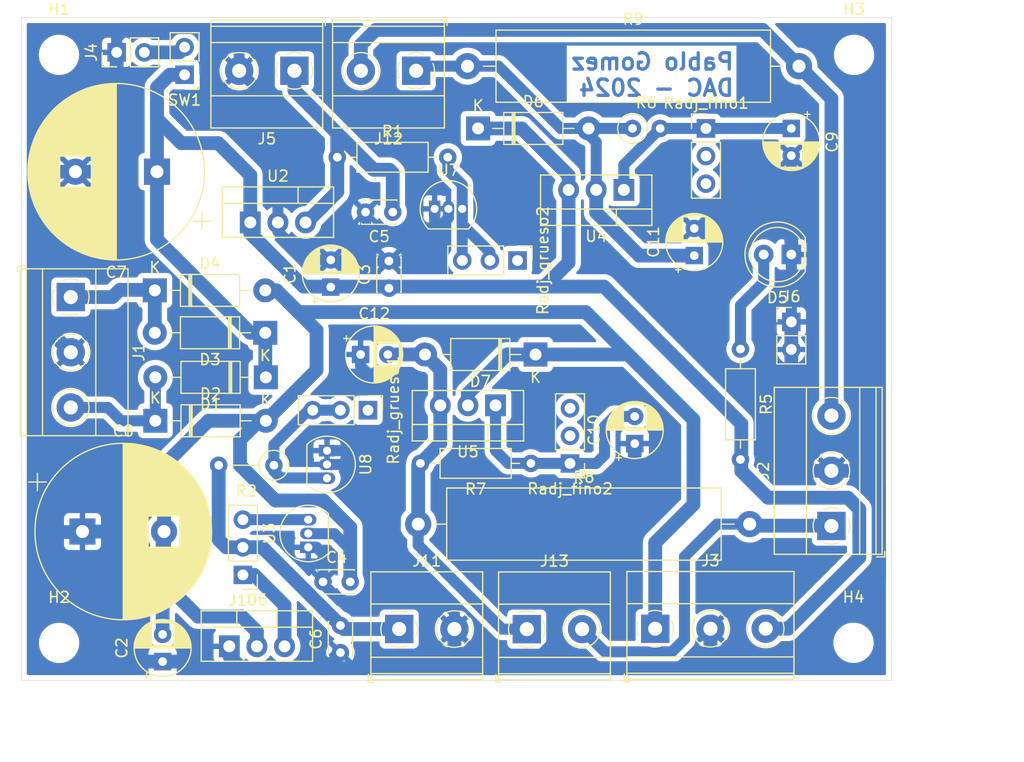
<source format=kicad_pcb>
(kicad_pcb (version 20240108) (generator "pcbnew") (generator_version "8.0")
  (layers (0 "F.Cu" signal) (31 "B.Cu" signal) (34 "B.Paste" user) (35 "F.Paste" user) (36 "B.SilkS" user "B.Silkscreen") (37 "F.SilkS" user "F.Silkscreen") (38 "B.Mask" user) (39 "F.Mask" user) (44 "Edge.Cuts" user))
  (net 0 "")
  (net 1 "GND")
  (net 2 "+12V")
  (net 3 "-12V")
  (net 4 "+5V")
  (net 5 "-5V")
  (net 6 "Net-(U4-ADJ)")
  (net 7 "Net-(U5-ADJ)")
  (net 8 "Io1+")
  (net 9 "Io1-")
  (net 10 "+12VA")
  (net 11 "-12VA")
  (net 12 "Vout+")
  (net 13 "Vout-")
  (net 14 "Cooler")
  (net 15 "+1V2")
  (net 16 "-1V2")
  (net 17 "Net-(J10-Pin_1)")
  (net 18 "Net-(J10-Pin_3)")
  (net 19 "Net-(D5-A)")
  (net 20 "Net-(Radj_fino1-Pad2)")
  (net 21 "Net-(Radj_fino2-Pad2)")
  (footprint "TerminalBlock_Phoenix:TerminalBlock_Phoenix_MKDS-1,5-2-5.08_1x02_P5.08mm_Horizontal" (layer "F.Cu") (at 56.3 18.8976 180)
    (property "Reference" "J12" (at 2.54 -6.26 0) (layer "F.SilkS"))
    (property "Value" "ADC+")
    (pad "1" thru_hole rect (at 0 0 180) (size 2.6 2.6) (drill 1.3) (layers "*.Cu" "*.Mask") (net 8 "Io1+"))
    (pad "2" thru_hole circle (at 5.08 0 180) (size 2.6 2.6) (drill 1.3) (layers "*.Cu" "*.Mask") (net 12 "Vout+"))
  )
  (footprint "Resistor_THT:R_Axial_DIN0207_L6.3mm_D2.5mm_P5.08mm_Vertical" (layer "F.Cu") (at 43.225 55.19 180)
    (property "Reference" "R2" (at 2.54 -2.37 0) (layer "F.SilkS"))
    (property "Value" "8k1")
    (pad "1" thru_hole circle (at 0 0 180) (size 1.6 1.6) (drill 0.8) (layers "*.Cu" "*.Mask") (net 16 "-1V2"))
    (pad "2" thru_hole oval (at 5.08 0 180) (size 1.6 1.6) (drill 0.8) (layers "*.Cu" "*.Mask") (net 5 "-5V"))
  )
  (footprint "Connector_PinHeader_2.54mm:PinHeader_1x02_P2.54mm_Vertical" (layer "F.Cu") (at 35.01 19.26 180)
    (property "Reference" "SW1" (at 0 -2.33 0) (layer "F.SilkS"))
    (property "Value" "Cooler")
    (pad "1" thru_hole rect (at 0 0 180) (size 1.7 1.7) (drill 1) (layers "*.Cu" "*.Mask") (net 2 "+12V"))
    (pad "2" thru_hole oval (at 0 2.54 180) (size 1.7 1.7) (drill 1) (layers "*.Cu" "*.Mask") (net 14 "Cooler"))
  )
  (footprint "Resistor_THT:R_Axial_DIN0207_L6.3mm_D2.5mm_P10.16mm_Horizontal" (layer "F.Cu") (at 66.8528 55.0164 180)
    (property "Reference" "R7" (at 5.08 -2.37 180) (layer "F.SilkS"))
    (property "Value" "510")
    (pad "1" thru_hole circle (at 0 0 180) (size 1.6 1.6) (drill 0.8) (layers "*.Cu" "*.Mask") (net 7 "Net-(U5-ADJ)"))
    (pad "2" thru_hole oval (at 10.16 0 180) (size 1.6 1.6) (drill 0.8) (layers "*.Cu" "*.Mask") (net 9 "Io1-"))
  )
  (footprint "Package_TO_SOT_THT:TO-220-3_Vertical" (layer "F.Cu") (at 63.6016 49.6824 180)
    (property "Reference" "U5" (at 2.54 -4.27 0) (layer "F.SilkS"))
    (property "Value" "LM337_TO220")
    (pad "1" thru_hole rect (at 0 0 180) (size 1.905 2) (drill 1.1) (layers "*.Cu" "*.Mask") (net 7 "Net-(U5-ADJ)"))
    (pad "2" thru_hole oval (at 2.54 0 180) (size 1.905 2) (drill 1.1) (layers "*.Cu" "*.Mask") (net 3 "-12V"))
    (pad "3" thru_hole oval (at 5.08 0 180) (size 1.905 2) (drill 1.1) (layers "*.Cu" "*.Mask") (net 9 "Io1-"))
  )
  (footprint "Package_TO_SOT_THT:TO-220-3_Vertical" (layer "F.Cu") (at 41.05 32.85)
    (property "Reference" "U2" (at 2.54 -4.27 0) (layer "F.SilkS"))
    (property "Value" "LM7805_TO220")
    (pad "1" thru_hole rect (at 0 0) (size 1.905 2) (drill 1.1) (layers "*.Cu" "*.Mask") (net 2 "+12V"))
    (pad "2" thru_hole oval (at 2.54 0) (size 1.905 2) (drill 1.1) (layers "*.Cu" "*.Mask") (net 1 "GND"))
    (pad "3" thru_hole oval (at 5.08 0) (size 1.905 2) (drill 1.1) (layers "*.Cu" "*.Mask") (net 4 "+5V"))
  )
  (footprint "LED_THT:LED_D5.0mm" (layer "F.Cu") (at 90.8 35.8 180)
    (property "Reference" "D5" (at 1.27 -3.96 0) (layer "F.SilkS"))
    (property "Value" "LED")
    (pad "1" thru_hole rect (at 0 0 180) (size 1.8 1.8) (drill 0.9) (layers "*.Cu" "*.Mask") (net 1 "GND"))
    (pad "2" thru_hole circle (at 2.54 0 180) (size 1.8 1.8) (drill 0.9) (layers "*.Cu" "*.Mask") (net 19 "Net-(D5-A)"))
  )
  (footprint "Capacitor_THT:CP_Radial_D5.0mm_P2.50mm" (layer "F.Cu") (at 90.8 24.2 -90)
    (property "Reference" "C9" (at 1.25 -3.75 90) (layer "F.SilkS"))
    (property "Value" "10uF")
    (pad "1" thru_hole rect (at 0 0 270) (size 1.6 1.6) (drill 0.8) (layers "*.Cu" "*.Mask") (net 6 "Net-(U4-ADJ)"))
    (pad "2" thru_hole circle (at 2.5 0 270) (size 1.6 1.6) (drill 0.8) (layers "*.Cu" "*.Mask") (net 1 "GND"))
  )
  (footprint "Capacitor_THT:CP_Radial_D5.0mm_P2.50mm" (layer "F.Cu") (at 48.45 38.8 90)
    (property "Reference" "C1" (at 1.25 -3.75 90) (layer "F.SilkS"))
    (property "Value" "100uF")
    (pad "1" thru_hole rect (at 0 0 90) (size 1.6 1.6) (drill 0.8) (layers "*.Cu" "*.Mask") (net 2 "+12V"))
    (pad "2" thru_hole circle (at 2.5 0 90) (size 1.6 1.6) (drill 0.8) (layers "*.Cu" "*.Mask") (net 1 "GND"))
  )
  (footprint "Resistor_THT:R_Axial_Power_L25.0mm_W6.4mm_P30.48mm" (layer "F.Cu") (at 61.025 18.47)
    (property "Reference" "R9" (at 15.24 -4.32 0) (layer "F.SilkS"))
    (property "Value" "E330")
    (pad "1" thru_hole circle (at 0 0) (size 2.4 2.4) (drill 1.2) (layers "*.Cu" "*.Mask") (net 8 "Io1+"))
    (pad "2" thru_hole oval (at 30.48 0) (size 2.4 2.4) (drill 1.2) (layers "*.Cu" "*.Mask") (net 12 "Vout+"))
  )
  (footprint "Diode_THT:D_DO-41_SOD81_P10.16mm_Horizontal" (layer "F.Cu") (at 67.28 45 180)
    (property "Reference" "D7" (at 5.08 -2.47 180) (layer "F.SilkS"))
    (property "Value" "1N4007")
    (fp_text user "K" (at 0 -2.1 180) (layer "F.SilkS"))
    (pad "1" thru_hole rect (at 0 0 180) (size 2.2 2.2) (drill 1.1) (layers "*.Cu" "*.Mask") (net 3 "-12V"))
    (pad "2" thru_hole oval (at 10.16 0 180) (size 2.2 2.2) (drill 1.1) (layers "*.Cu" "*.Mask") (net 9 "Io1-"))
  )
  (footprint "Connector_PinHeader_2.54mm:PinHeader_1x02_P2.54mm_Vertical" (layer "F.Cu") (at 90.8 42)
    (property "Reference" "J6" (at 0 -2.33 0) (layer "F.SilkS"))
    (property "Value" "GND")
    (pad "1" thru_hole rect (at 0 0) (size 1.7 1.7) (drill 1) (layers "*.Cu" "*.Mask") (net 1 "GND"))
    (pad "2" thru_hole oval (at 0 2.54) (size 1.7 1.7) (drill 1) (layers "*.Cu" "*.Mask") (net 1 "GND"))
  )
  (footprint "Capacitor_THT:CP_Radial_D16.0mm_P7.50mm" (layer "F.Cu") (at 32.472755 28.18 180)
    (property "Reference" "C7" (at 3.75 -9.25 0) (layer "F.SilkS"))
    (property "Value" "2200uF")
    (pad "1" thru_hole rect (at 0 0 180) (size 2.4 2.4) (drill 1.2) (layers "*.Cu" "*.Mask") (net 2 "+12V"))
    (pad "2" thru_hole circle (at 7.5 0 180) (size 2.4 2.4) (drill 1.2) (layers "*.Cu" "*.Mask") (net 1 "GND"))
  )
  (footprint "Resistor_THT:R_Axial_DIN0207_L6.3mm_D2.5mm_P10.16mm_Horizontal" (layer "F.Cu") (at 86.125 44.5 -90)
    (property "Reference" "R5" (at 5.08 -2.37 90) (layer "F.SilkS"))
    (property "Value" "680")
    (pad "1" thru_hole circle (at 0 0 270) (size 1.6 1.6) (drill 0.8) (layers "*.Cu" "*.Mask") (net 19 "Net-(D5-A)"))
    (pad "2" thru_hole oval (at 10.16 0 270) (size 1.6 1.6) (drill 0.8) (layers "*.Cu" "*.Mask") (net 2 "+12V"))
  )
  (footprint "MountingHole:MountingHole_3.2mm_M3" (layer "F.Cu") (at 96.57 17.43)
    (property "Reference" "H3" (at 0 -4.2 0) (layer "F.SilkS"))
    (property "Value" "MountingHole")
    (pad "" np_thru_hole circle (at 0 0) (size 3.2 3.2) (drill 3.2) (layers "*.Cu" "*.Mask"))
  )
  (footprint "TerminalBlock_Phoenix:TerminalBlock_Phoenix_MKDS-1,5-2-5.08_1x02_P5.08mm_Horizontal" (layer "F.Cu") (at 66.48 70.27)
    (property "Reference" "J13" (at 2.54 -6.26 0) (layer "F.SilkS"))
    (property "Value" "ADC-")
    (pad "1" thru_hole rect (at 0 0) (size 2.6 2.6) (drill 1.3) (layers "*.Cu" "*.Mask") (net 9 "Io1-"))
    (pad "2" thru_hole circle (at 5.08 0) (size 2.6 2.6) (drill 1.3) (layers "*.Cu" "*.Mask") (net 13 "Vout-"))
  )
  (footprint "Resistor_THT:R_Axial_DIN0207_L6.3mm_D2.5mm_P10.16mm_Horizontal" (layer "F.Cu") (at 49.05 26.85)
    (property "Reference" "R1" (at 5.08 -2.37 0) (layer "F.SilkS"))
    (property "Value" "8k1")
    (pad "1" thru_hole circle (at 0 0) (size 1.6 1.6) (drill 0.8) (layers "*.Cu" "*.Mask") (net 4 "+5V"))
    (pad "2" thru_hole oval (at 10.16 0) (size 1.6 1.6) (drill 0.8) (layers "*.Cu" "*.Mask") (net 15 "+1V2"))
  )
  (footprint "Capacitor_THT:C_Disc_D3.0mm_W2.0mm_P2.50mm" (layer "F.Cu") (at 54.15 31.9 180)
    (property "Reference" "C5" (at 1.25 -2.25 0) (layer "F.SilkS"))
    (property "Value" "0.1uF")
    (pad "1" thru_hole circle (at 0 0 180) (size 1.6 1.6) (drill 0.8) (layers "*.Cu" "*.Mask") (net 4 "+5V"))
    (pad "2" thru_hole circle (at 2.5 0 180) (size 1.6 1.6) (drill 0.8) (layers "*.Cu" "*.Mask") (net 1 "GND"))
  )
  (footprint "Package_TO_SOT_THT:TO-92_Inline" (layer "F.Cu") (at 46.3804 62.738 90)
    (property "Reference" "U3" (at 1.27 -3.56 90) (layer "F.SilkS"))
    (property "Value" "LM79L05")
    (pad "1" thru_hole rect (at 0 0 90) (size 1.05 1.5) (drill 0.75) (layers "*.Cu" "*.Mask") (net 1 "GND"))
    (pad "2" thru_hole oval (at 1.27 0 90) (size 1.05 1.5) (drill 0.75) (layers "*.Cu" "*.Mask") (net 3 "-12V"))
    (pad "3" thru_hole oval (at 2.54 0 90) (size 1.05 1.5) (drill 0.75) (layers "*.Cu" "*.Mask") (net 18 "Net-(J10-Pin_3)"))
  )
  (footprint "Diode_THT:D_DO-41_SOD81_P10.16mm_Horizontal" (layer "F.Cu") (at 42.48 47.1 180)
    (property "Reference" "D1" (at 5.08 -2.47 0) (layer "F.SilkS"))
    (property "Value" "1N4007")
    (fp_text user "K" (at 0 -2.1 0) (layer "F.SilkS"))
    (pad "1" thru_hole rect (at 0 0 180) (size 2.2 2.2) (drill 1.1) (layers "*.Cu" "*.Mask") (net 2 "+12V"))
    (pad "2" thru_hole oval (at 10.16 0 180) (size 2.2 2.2) (drill 1.1) (layers "*.Cu" "*.Mask") (net 10 "+12VA"))
  )
  (footprint "TerminalBlock_Phoenix:TerminalBlock_Phoenix_MKDS-1,5-3-5.08_1x03_P5.08mm_Horizontal" (layer "F.Cu") (at 24.545 39.715 -90)
    (property "Reference" "J1" (at 5.08 -6.26 90) (layer "F.SilkS"))
    (property "Value" "Fuente")
    (pad "1" thru_hole rect (at 0 0 270) (size 2.6 2.6) (drill 1.3) (layers "*.Cu" "*.Mask") (net 11 "-12VA"))
    (pad "2" thru_hole circle (at 5.08 0 270) (size 2.6 2.6) (drill 1.3) (layers "*.Cu" "*.Mask") (net 1 "GND"))
    (pad "3" thru_hole circle (at 10.16 0 270) (size 2.6 2.6) (drill 1.3) (layers "*.Cu" "*.Mask") (net 10 "+12VA"))
  )
  (footprint "Diode_THT:D_DO-41_SOD81_P10.16mm_Horizontal" (layer "F.Cu") (at 42.43 43 180)
    (property "Reference" "D3" (at 5.08 -2.47 0) (layer "F.SilkS"))
    (property "Value" "1N4007")
    (fp_text user "K" (at 0 -2.1 0) (layer "F.SilkS"))
    (pad "1" thru_hole rect (at 0 0 180) (size 2.2 2.2) (drill 1.1) (layers "*.Cu" "*.Mask") (net 2 "+12V"))
    (pad "2" thru_hole oval (at 10.16 0 180) (size 2.2 2.2) (drill 1.1) (layers "*.Cu" "*.Mask") (net 11 "-12VA"))
  )
  (footprint "MountingHole:MountingHole_3.2mm_M3" (layer "F.Cu") (at 23.47 71.54)
    (property "Reference" "H2" (at 0 -4.2 0) (layer "F.SilkS"))
    (property "Value" "MountingHole")
    (pad "" np_thru_hole circle (at 0 0) (size 3.2 3.2) (drill 3.2) (layers "*.Cu" "*.Mask"))
  )
  (footprint "MountingHole:MountingHole_3.2mm_M3" (layer "F.Cu") (at 23.46 17.43)
    (property "Reference" "H1" (at 0 -4.2 0) (layer "F.SilkS"))
    (property "Value" "MountingHole")
    (pad "" np_thru_hole circle (at 0 0) (size 3.2 3.2) (drill 3.2) (layers "*.Cu" "*.Mask"))
  )
  (footprint "Connector_PinHeader_2.54mm:PinHeader_1x03_P2.54mm_Vertical" (layer "F.Cu") (at 70.45 55.025 180)
    (property "Reference" "Radj_fino2" (at 0 -2.33 0) (layer "F.SilkS"))
    (property "Value" "500")
    (pad "1" thru_hole rect (at 0 0 180) (size 1.7 1.7) (drill 1) (layers "*.Cu" "*.Mask") (net 7 "Net-(U5-ADJ)"))
    (pad "2" thru_hole oval (at 0 2.54 180) (size 1.7 1.7) (drill 1) (layers "*.Cu" "*.Mask") (net 21 "Net-(Radj_fino2-Pad2)"))
    (pad "3" thru_hole oval (at 0 5.08 180) (size 1.7 1.7) (drill 1) (layers "*.Cu" "*.Mask") (net 21 "Net-(Radj_fino2-Pad2)"))
  )
  (footprint "Capacitor_THT:CP_Radial_D5.0mm_P2.50mm" (layer "F.Cu") (at 32.99 73.255113 90)
    (property "Reference" "C2" (at 1.25 -3.75 90) (layer "F.SilkS"))
    (property "Value" "100uF")
    (pad "1" thru_hole rect (at 0 0 90) (size 1.6 1.6) (drill 0.8) (layers "*.Cu" "*.Mask") (net 1 "GND"))
    (pad "2" thru_hole circle (at 2.5 0 90) (size 1.6 1.6) (drill 0.8) (layers "*.Cu" "*.Mask") (net 3 "-12V"))
  )
  (footprint "TerminalBlock_Phoenix:TerminalBlock_Phoenix_MKDS-1,5-2-5.08_1x02_P5.08mm_Horizontal" (layer "F.Cu") (at 54.74 70.26)
    (property "Reference" "J11" (at 2.54 -6.26 0) (layer "F.SilkS"))
    (property "Value" "-5")
    (pad "1" thru_hole rect (at 0 0) (size 2.6 2.6) (drill 1.3) (layers "*.Cu" "*.Mask") (net 5 "-5V"))
    (pad "2" thru_hole circle (at 5.08 0) (size 2.6 2.6) (drill 1.3) (layers "*.Cu" "*.Mask") (net 1 "GND"))
  )
  (footprint "TerminalBlock_Phoenix:TerminalBlock_Phoenix_MKDS-1,5-2-5.08_1x02_P5.08mm_Horizontal" (layer "F.Cu") (at 45.1104 18.8976 180)
    (property "Reference" "J5" (at 2.54 -6.26 0) (layer "F.SilkS"))
    (property "Value" "+5")
    (pad "1" thru_hole rect (at 0 0 180) (size 2.6 2.6) (drill 1.3) (layers "*.Cu" "*.Mask") (net 4 "+5V"))
    (pad "2" thru_hole circle (at 5.08 0 180) (size 2.6 2.6) (drill 1.3) (layers "*.Cu" "*.Mask") (net 1 "GND"))
  )
  (footprint "Package_TO_SOT_THT:TO-92_Inline" (layer "F.Cu") (at 58 31.6)
    (property "Reference" "U7" (at 1.27 -3.56 0) (layer "F.SilkS"))
    (property "Value" "LM385")
    (pad "1" thru_hole rect (at 0 0) (size 1.05 1.5) (drill 0.75) (layers "*.Cu" "*.Mask") (net 1 "GND"))
    (pad "2" thru_hole oval (at 1.27 0) (size 1.05 1.5) (drill 0.75) (layers "*.Cu" "*.Mask") (net 1 "GND"))
    (pad "3" thru_hole oval (at 2.54 0) (size 1.05 1.5) (drill 0.75) (layers "*.Cu" "*.Mask") (net 15 "+1V2"))
  )
  (footprint "Package_TO_SOT_THT:TO-220-3_Vertical" (layer "F.Cu") (at 75.4 29.855 180)
    (property "Reference" "U4" (at 2.54 -4.27 0) (layer "F.SilkS"))
    (property "Value" "LM317_TO-220")
    (pad "1" thru_hole rect (at 0 0 180) (size 1.905 2) (drill 1.1) (layers "*.Cu" "*.Mask") (net 6 "Net-(U4-ADJ)"))
    (pad "2" thru_hole oval (at 2.54 0 180) (size 1.905 2) (drill 1.1) (layers "*.Cu" "*.Mask") (net 8 "Io1+"))
    (pad "3" thru_hole oval (at 5.08 0 180) (size 1.905 2) (drill 1.1) (layers "*.Cu" "*.Mask") (net 2 "+12V"))
  )
  (footprint "Diode_THT:D_DO-41_SOD81_P10.16mm_Horizontal" (layer "F.Cu") (at 62 24.2)
    (property "Reference" "D6" (at 5.08 -2.47 0) (layer "F.SilkS"))
    (property "Value" "1N4007")
    (fp_text user "K" (at 0 -2.1 0) (layer "F.SilkS"))
    (pad "1" thru_hole rect (at 0 0) (size 2.2 2.2) (drill 1.1) (layers "*.Cu" "*.Mask") (net 2 "+12V"))
    (pad "2" thru_hole oval (at 10.16 0) (size 2.2 2.2) (drill 1.1) (layers "*.Cu" "*.Mask") (net 8 "Io1+"))
  )
  (footprint "Capacitor_THT:C_Disc_D3.0mm_W2.0mm_P2.50mm" (layer "F.Cu") (at 49.34 72.43 90)
    (property "Reference" "C6" (at 1.25 -2.25 90) (layer "F.SilkS"))
    (property "Value" "0,1uF")
    (pad "1" thru_hole circle (at 0 0 90) (size 1.6 1.6) (drill 0.8) (layers "*.Cu" "*.Mask") (net 1 "GND"))
    (pad "2" thru_hole circle (at 2.5 0 90) (size 1.6 1.6) (drill 0.8) (layers "*.Cu" "*.Mask") (net 5 "-5V"))
  )
  (footprint "Connector_PinHeader_2.54mm:PinHeader_1x03_P2.54mm_Vertical" (layer "F.Cu") (at 40.37 65.28 180)
    (property "Reference" "J10" (at 0 -2.33 0) (layer "F.SilkS"))
    (property "Value" "SEL_7905")
    (pad "1" thru_hole rect (at 0 0 180) (size 1.7 1.7) (drill 1) (layers "*.Cu" "*.Mask") (net 17 "Net-(J10-Pin_1)"))
    (pad "2" thru_hole oval (at 0 2.54 180) (size 1.7 1.7) (drill 1) (layers "*.Cu" "*.Mask") (net 5 "-5V"))
    (pad "3" thru_hole oval (at 0 5.08 180) (size 1.7 1.7) (drill 1) (layers "*.Cu" "*.Mask") (net 18 "Net-(J10-Pin_3)"))
  )
  (footprint "TerminalBlock_Phoenix:TerminalBlock_Phoenix_MKDS-1,5-3-5.08_1x03_P5.08mm_Horizontal" (layer "F.Cu") (at 78.2828 70.23)
    (property "Reference" "J3" (at 5.08 -6.26 0) (layer "F.SilkS"))
    (property "Value" "Salida_12v")
    (pad "1" thru_hole rect (at 0 0) (size 2.6 2.6) (drill 1.3) (layers "*.Cu" "*.Mask") (net 3 "-12V"))
    (pad "2" thru_hole circle (at 5.08 0) (size 2.6 2.6) (drill 1.3) (layers "*.Cu" "*.Mask") (net 1 "GND"))
    (pad "3" thru_hole circle (at 10.16 0) (size 2.6 2.6) (drill 1.3) (layers "*.Cu" "*.Mask") (net 2 "+12V"))
  )
  (footprint "Diode_THT:D_DO-41_SOD81_P10.16mm_Horizontal" (layer "F.Cu") (at 32.27 39.1)
    (property "Reference" "D4" (at 5.08 -2.47 0) (layer "F.SilkS"))
    (property "Value" "1N4007")
    (fp_text user "K" (at 0 -2.1 0) (layer "F.SilkS"))
    (pad "1" thru_hole rect (at 0 0) (size 2.2 2.2) (drill 1.1) (layers "*.Cu" "*.Mask") (net 11 "-12VA"))
    (pad "2" thru_hole oval (at 10.16 0) (size 2.2 2.2) (drill 1.1) (layers "*.Cu" "*.Mask") (net 3 "-12V"))
  )
  (footprint "Connector_PinHeader_2.54mm:PinHeader_1x02_P2.54mm_Vertical" (layer "F.Cu") (at 28.765 17.2 90)
    (property "Reference" "J4" (at 0 -2.33 90) (layer "F.SilkS"))
    (property "Value" "Cooler")
    (pad "1" thru_hole rect (at 0 0 90) (size 1.7 1.7) (drill 1) (layers "*.Cu" "*.Mask") (net 1 "GND"))
    (pad "2" thru_hole oval (at 0 2.54 90) (size 1.7 1.7) (drill 1) (layers "*.Cu" "*.Mask") (net 14 "Cooler"))
  )
  (footprint "Capacitor_THT:CP_Radial_D5.0mm_P2.50mm" (layer "F.Cu") (at 81.875 35.9 90)
    (property "Reference" "C11" (at 1.25 -3.75 90) (layer "F.SilkS"))
    (property "Value" "1uF")
    (pad "1" thru_hole rect (at 0 0 90) (size 1.6 1.6) (drill 0.8) (layers "*.Cu" "*.Mask") (net 8 "Io1+"))
    (pad "2" thru_hole circle (at 2.5 0 90) (size 1.6 1.6) (drill 0.8) (layers "*.Cu" "*.Mask") (net 1 "GND"))
  )
  (footprint "Capacitor_THT:CP_Radial_D16.0mm_P7.50mm" (layer "F.Cu") (at 25.62 61.29)
    (property "Reference" "C8" (at 3.75 -9.25 0) (layer "F.SilkS"))
    (property "Value" "2200uF")
    (pad "1" thru_hole rect (at 0 0) (size 2.4 2.4) (drill 1.2) (layers "*.Cu" "*.Mask") (net 1 "GND"))
    (pad "2" thru_hole circle (at 7.5 0) (size 2.4 2.4) (drill 1.2) (layers "*.Cu" "*.Mask") (net 3 "-12V"))
  )
  (footprint "MountingHole:MountingHole_3.2mm_M3" (layer "F.Cu") (at 96.52 71.5264)
    (property "Reference" "H4" (at 0 -4.2 0) (layer "F.SilkS"))
    (property "Value" "MountingHole")
    (pad "" np_thru_hole circle (at 0 0) (size 3.2 3.2) (drill 3.2) (layers "*.Cu" "*.Mask"))
  )
  (footprint "Capacitor_THT:C_Disc_D3.0mm_W2.0mm_P2.50mm" (layer "F.Cu") (at 53.8 38.9 90)
    (property "Reference" "C3" (at 1.25 -2.25 90) (layer "F.SilkS"))
    (property "Value" "0.1uF")
    (pad "1" thru_hole circle (at 0 0 90) (size 1.6 1.6) (drill 0.8) (layers "*.Cu" "*.Mask") (net 2 "+12V"))
    (pad "2" thru_hole circle (at 2.5 0 90) (size 1.6 1.6) (drill 0.8) (layers "*.Cu" "*.Mask") (net 1 "GND"))
  )
  (footprint "TerminalBlock_Phoenix:TerminalBlock_Phoenix_MKDS-1,5-3-5.08_1x03_P5.08mm_Horizontal" (layer "F.Cu") (at 94.488 60.7822 90)
    (property "Reference" "J2" (at 5.08 -6.26 90) (layer "F.SilkS"))
    (property "Value" "Salida")
    (pad "1" thru_hole rect (at 0 0 90) (size 2.6 2.6) (drill 1.3) (layers "*.Cu" "*.Mask") (net 13 "Vout-"))
    (pad "2" thru_hole circle (at 5.08 0 90) (size 2.6 2.6) (drill 1.3) (layers "*.Cu" "*.Mask") (net 1 "GND"))
    (pad "3" thru_hole circle (at 10.16 0 90) (size 2.6 2.6) (drill 1.3) (layers "*.Cu" "*.Mask") (net 12 "Vout+"))
  )
  (footprint "Diode_THT:D_DO-41_SOD81_P10.16mm_Horizontal" (layer "F.Cu") (at 32.32 51.1)
    (property "Reference" "D2" (at 5.08 -2.47 0) (layer "F.SilkS"))
    (property "Value" "1N4007")
    (fp_text user "K" (at 0 -2.1 0) (layer "F.SilkS"))
    (pad "1" thru_hole rect (at 0 0) (size 2.2 2.2) (drill 1.1) (layers "*.Cu" "*.Mask") (net 10 "+12VA"))
    (pad "2" thru_hole oval (at 10.16 0) (size 2.2 2.2) (drill 1.1) (layers "*.Cu" "*.Mask") (net 3 "-12V"))
  )
  (footprint "Connector_PinHeader_2.54mm:PinHeader_1x03_P2.54mm_Vertical" (layer "F.Cu") (at 51.875 50.125 -90)
    (property "Reference" "Radj_grueso1" (at 0 -2.33 90) (layer "F.SilkS"))
    (property "Value" "5k")
    (pad "1" thru_hole rect (at 0 0 270) (size 1.7 1.7) (drill 1) (layers "*.Cu" "*.Mask") (net 20 "Net-(Radj_fino1-Pad2)"))
    (pad "2" thru_hole oval (at 0 2.54 270) (size 1.7 1.7) (drill 1) (layers "*.Cu" "*.Mask") (net 16 "-1V2"))
    (pad "3" thru_hole oval (at 0 5.08 270) (size 1.7 1.7) (drill 1) (layers "*.Cu" "*.Mask") (net 16 "-1V2"))
  )
  (footprint "Connector_PinHeader_2.54mm:PinHeader_1x03_P2.54mm_Vertical" (layer "F.Cu") (at 82.95 24.2)
    (property "Reference" "Radj_fino1" (at 0 -2.33 0) (layer "F.SilkS"))
    (property "Value" "500")
    (pad "1" thru_hole rect (at 0 0) (size 1.7 1.7) (drill 1) (layers "*.Cu" "*.Mask") (net 6 "Net-(U4-ADJ)"))
    (pad "2" thru_hole oval (at 0 2.54) (size 1.7 1.7) (drill 1) (layers "*.Cu" "*.Mask") (net 20 "Net-(Radj_fino1-Pad2)"))
    (pad "3" thru_hole oval (at 0 5.08) (size 1.7 1.7) (drill 1) (layers "*.Cu" "*.Mask") (net 20 "Net-(Radj_fino1-Pad2)"))
  )
  (footprint "Package_TO_SOT_THT:TO-220-3_Vertical" (layer "F.Cu") (at 39.12 71.85)
    (property "Reference" "U6" (at 2.54 -4.27 0) (layer "F.SilkS"))
    (property "Value" "LM7905_TO220")
    (pad "1" thru_hole rect (at 0 0) (size 1.905 2) (drill 1.1) (layers "*.Cu" "*.Mask") (net 1 "GND"))
    (pad "2" thru_hole oval (at 2.54 0) (size 1.905 2) (drill 1.1) (layers "*.Cu" "*.Mask") (net 3 "-12V"))
    (pad "3" thru_hole oval (at 5.08 0) (size 1.905 2) (drill 1.1) (layers "*.Cu" "*.Mask") (net 17 "Net-(J10-Pin_1)"))
  )
  (footprint "Connector_PinHeader_2.54mm:PinHeader_1x03_P2.54mm_Vertical" (layer "F.Cu") (at 65.625 36.35 -90)
    (property "Reference" "Radj_grueso2" (at 0 -2.33 90) (layer "F.SilkS"))
    (property "Value" "5k")
    (pad "1" thru_hole rect (at 0 0 270) (size 1.7 1.7) (drill 1) (layers "*.Cu" "*.Mask") (net 21 "Net-(Radj_fino2-Pad2)"))
    (pad "2" thru_hole oval (at 0 2.54 270) (size 1.7 1.7) (drill 1) (layers "*.Cu" "*.Mask") (net 15 "+1V2"))
    (pad "3" thru_hole oval (at 0 5.08 270) (size 1.7 1.7) (drill 1) (layers "*.Cu" "*.Mask") (net 15 "+1V2"))
  )
  (footprint "Resistor_THT:R_Axial_Power_L25.0mm_W6.4mm_P30.48mm" (layer "F.Cu") (at 56.4896 60.6044)
    (property "Reference" "R8" (at 15.24 -4.32 0) (layer "F.SilkS"))
    (property "Value" "E330")
    (pad "1" thru_hole circle (at 0 0) (size 2.4 2.4) (drill 1.2) (layers "*.Cu" "*.Mask") (net 9 "Io1-"))
    (pad "2" thru_hole oval (at 30.48 0) (size 2.4 2.4) (drill 1.2) (layers "*.Cu" "*.Mask") (net 13 "Vout-"))
  )
  (footprint "Capacitor_THT:CP_Radial_D5.0mm_P2.50mm" (layer "F.Cu") (at 76.4 53.2 90)
    (property "Reference" "C10" (at 1.25 -3.75 90) (layer "F.SilkS"))
    (property "Value" "10uF")
    (pad "1" thru_hole rect (at 0 0 90) (size 1.6 1.6) (drill 0.8) (layers "*.Cu" "*.Mask") (net 1 "GND"))
    (pad "2" thru_hole circle (at 2.5 0 90) (size 1.6 1.6) (drill 0.8) (layers "*.Cu" "*.Mask") (net 7 "Net-(U5-ADJ)"))
  )
  (footprint "Capacitor_THT:CP_Radial_D5.0mm_P2.50mm" (layer "F.Cu") (at 51.194888 45)
    (property "Reference" "C12" (at 1.25 -3.75 0) (layer "F.SilkS"))
    (property "Value" "1uF")
    (pad "1" thru_hole rect (at 0 0) (size 1.6 1.6) (drill 0.8) (layers "*.Cu" "*.Mask") (net 1 "GND"))
    (pad "2" thru_hole circle (at 2.5 0) (size 1.6 1.6) (drill 0.8) (layers "*.Cu" "*.Mask") (net 9 "Io1-"))
  )
  (footprint "Resistor_THT:R_Axial_DIN0207_L6.3mm_D2.5mm_P2.54mm_Vertical" (layer "F.Cu") (at 76.2 24.2)
    (property "Reference" "R6" (at 1.27 -2.37 0) (layer "F.SilkS"))
    (property "Value" "510")
    (pad "1" thru_hole circle (at 0 0) (size 1.6 1.6) (drill 0.8) (layers "*.Cu" "*.Mask") (net 8 "Io1+"))
    (pad "2" thru_hole oval (at 2.54 0) (size 1.6 1.6) (drill 0.8) (layers "*.Cu" "*.Mask") (net 6 "Net-(U4-ADJ)"))
  )
  (footprint "Package_TO_SOT_THT:TO-92_Inline" (layer "F.Cu") (at 48.1076 53.848 -90)
    (property "Reference" "U8" (at 1.27 -3.56 90) (layer "F.SilkS"))
    (property "Value" "LM385")
    (pad "1" thru_hole rect (at 0 0 270) (size 1.05 1.5) (drill 0.75) (layers "*.Cu" "*.Mask") (net 1 "GND"))
    (pad "2" thru_hole oval (at 1.27 0 270) (size 1.05 1.5) (drill 0.75) (layers "*.Cu" "*.Mask") (net 1 "GND"))
    (pad "3" thru_hole oval (at 2.54 0 270) (size 1.05 1.5) (drill 0.75) (layers "*.Cu" "*.Mask") (net 16 "-1V2"))
  )
  (footprint "Capacitor_THT:C_Disc_D3.0mm_W2.0mm_P2.50mm" (layer "F.Cu") (at 47.74 65.92)
    (property "Reference" "C4" (at 1.25 -2.25 0) (layer "F.SilkS"))
    (property "Value" "0,1uF")
    (pad "1" thru_hole circle (at 0 0) (size 1.6 1.6) (drill 0.8) (layers "*.Cu" "*.Mask") (net 1 "GND"))
    (pad "2" thru_hole circle (at 2.5 0) (size 1.6 1.6) (drill 0.8) (layers "*.Cu" "*.Mask") (net 3 "-12V"))
  )
  (gr_rect (start 20 14) (end 100 75) (stroke (width 0.05)) (fill none) (layer "Edge.Cuts"))
  (gr_text "Pablo Gomez\nDAC - 2024" (at 85.65 21.35 0) (layer "B.Cu") (effects (font (size 1.5 1.5) (thickness 0.3) (bold yes)) (justify left bottom mirror)))
  (segment (start 54.375 47.3) (end 53.85 46.775) (width 1.016) (layer "B.Cu") (net 1))
  (segment (start 90.8 35.8) (end 90.8 42) (width 1.016) (layer "B.Cu") (net 1))
  (segment (start 38.198 15.008) (end 29.652 15.008) (width 1.016) (layer "B.Cu") (net 1))
  (segment (start 51.198 53.848) (end 48.1076 53.848) (width 1.016) (layer "B.Cu") (net 1))
  (segment (start 30.705113 73.255113) (end 32.99 73.255113) (width 1.27) (layer "B.Cu") (net 1))
  (segment (start 40.255 73.865) (end 47.905 73.865) (width 1.27) (layer "B.Cu") (net 1))
  (segment (start 43.59 32.85) (end 43.59 33.69) (width 1.016) (layer "B.Cu") (net 1))
  (segment (start 68.9102 71.669146) (end 68.9102 67.9398) (width 1.27) (layer "B.Cu") (net 1))
  (segment (start 53.85 46.775) (end 51.9 46.775) (width 1.016) (layer "B.Cu") (net 1))
  (segment (start 90.8 35.8) (end 90.8 26.7) (width 1.016) (layer "B.Cu") (net 1))
  (segment (start 54.375 63.275) (end 54.375 60.686675) (width 1.016) (layer "B.Cu") (net 1))
  (segment (start 25.62 61.29) (end 25.57 61.34) (width 1.27) (layer "B.Cu") (net 1))
  (segment (start 47.905 73.865) (end 58.385 73.865) (width 1.27) (layer "B.Cu") (net 1))
  (segment (start 24.545 44.795) (end 21.62 41.87) (width 1.27) (layer "B.Cu") (net 1))
  (segment (start 54.375 60.686675) (end 54.375 57.025) (width 1.016) (layer "B.Cu") (net 1))
  (segment (start 47.905 73.865) (end 49.34 72.43) (width 1.27) (layer "B.Cu") (net 1))
  (segment (start 54.375 57.025) (end 51.198 53.848) (width 1.016) (layer "B.Cu") (net 1))
  (segment (start 46.3804 62.738) (end 47.1424 62.738) (width 1.016) (layer "B.Cu") (net 1))
  (segment (start 47.74 65.92) (end 47.74 66.1) (width 1.016) (layer "B.Cu") (net 1))
  (segment (start 81.875 33.4) (end 90 33.4) (width 1.27) (layer "B.Cu") (net 1))
  (segment (start 94.488 55.7022) (end 92.7022 55.7022) (width 1.27) (layer "B.Cu") (net 1))
  (segment (start 68.9102 67.9398) (end 76.4 60.45) (width 1.27) (layer "B.Cu") (net 1))
  (segment (start 28.765 15.895) (end 28.765 17.2) (width 1.016) (layer "B.Cu") (net 1))
  (segment (start 22.6 28.18) (end 24.972755 28.18) (width 1.27) (layer "B.Cu") (net 1))
  (segment (start 22.96 61.34) (end 21.62 60) (width 1.27) (layer "B.Cu") (net 1))
  (segment (start 48.45 36.3) (end 50.2 36.3) (width 1.016) (layer "B.Cu") (net 1))
  (segment (start 54.375 59.85) (end 49.643 55.118) (width 1.016) (layer "B.Cu") (net 1))
  (segment (start 49.32 67.68) (end 55.118 67.68) (width 1.016) (layer "B.Cu") (net 1))
  (segment (start 29.39 71.94) (end 30.705113 73.255113) (width 1.27) (layer "B.Cu") (net 1))
  (segment (start 66.714346 73.865) (end 68.9102 71.669146) (width 1.27) (layer "B.Cu") (net 1))
  (segment (start 24.972755 28.18) (end 27.0396 28.18) (width 1.27) (layer "B.Cu") (net 1))
  (segment (start 58 33.7) (end 59.27 32.43) (width 1.016) (layer "B.Cu") (net 1))
  (segment (start 55.3 36.4) (end 53.8 36.4) (width 1.016) (layer "B.Cu") (net 1))
  (segment (start 59.82 72.43) (end 59.82 70.26) (width 1.27) (layer "B.Cu") (net 1))
  (segment (start 21.62 60) (end 21.62 40.24) (width 1.27) (layer "B.Cu") (net 1))
  (segment (start 90.667079 73.865) (end 98.865 65.667079) (width 1.27) (layer "B.Cu") (net 1))
  (segment (start 40.0304 18.8976) (end 40.0304 16.8404) (width 1.016) (layer "B.Cu") (net 1))
  (segment (start 47.1424 62.738) (end 47.74 63.3356) (width 1.016) (layer "B.Cu") (net 1))
  (segment (start 66.4718 73.865) (end 81.653477 73.865) (width 1.27) (layer "B.Cu") (net 1))
  (segment (start 58 31.6) (end 58 33.7) (width 1.016) (layer "B.Cu") (net 1))
  (segment (start 90.8 34.2) (end 90.8 35.8) (width 1.27) (layer "B.Cu") (net 1))
  (segment (start 21.62 41.87) (end 21.62 40.24) (width 1.27) (layer "B.Cu") (net 1))
  (segment (start 54.375 57.025) (end 54.375 47.3) (width 1.016) (layer "B.Cu") (net 1))
  (segment (start 76.4 60.45) (end 76.4 53.2) (width 1.27) (layer "B.Cu") (net 1))
  (segment (start 36.155113 73.255113) (end 36.765 73.865) (width 1.27) (layer "B.Cu") (net 1))
  (segment (start 59.82 68.72) (end 59.82 70.26) (width 1.016) (layer "B.Cu") (net 1))
  (segment (start 81.653477 73.865) (end 83.3628 72.155677) (width 1.27) (layer "B.Cu") (net 1))
  (segment (start 51.194888 46.069888) (end 51.194888 45) (width 1.016) (layer "B.Cu") (net 1))
  (segment (start 51.9 46.775) (end 51.194888 46.069888) (width 1.016) (layer "B.Cu") (net 1))
  (segment (start 90 33.4) (end 90.8 34.2) (width 1.27) (layer "B.Cu") (net 1))
  (segment (start 92.7022 55.7022) (end 90.8 53.8) (width 1.27) (layer "B.Cu") (net 1))
  (segment (start 29.652 15.008) (end 28.765 15.895) (width 1.016) (layer "B.Cu") (net 1))
  (segment (start 27.73 61.29) (end 29.39 62.95) (width 1.27) (layer "B.Cu") (net 1))
  (segment (start 48.45 36.3) (end 48.55 36.4) (width 1.016) (layer "B.Cu") (net 1))
  (segment (start 40.0304 16.8404) (end 38.198 15.008) (width 1.016) (layer "B.Cu") (net 1))
  (segment (start 55.118 67.68) (end 58.78 67.68) (width 1.016) (layer "B.Cu") (net 1))
  (segment (start 39.12 71.85) (end 39.12 72.73) (width 1.27) (layer "B.Cu") (net 1))
  (segment (start 27.0396 28.18) (end 28.765 26.4546) (width 1.27) (layer "B.Cu") (net 1))
  (segment (start 49.643 55.118) (end 48.1076 55.118) (width 1.016) (layer "B.Cu") (net 1))
  (segment (start 58.385 73.865) (end 66.4718 73.865) (width 1.27) (layer "B.Cu") (net 1))
  (segment (start 90.8 44.54) (end 90.8 42) (width 1.27) (layer "B.Cu") (net 1))
  (segment (start 98.865 57.209) (end 97.3582 55.7022) (width 1.27) (layer "B.Cu") (net 1))
  (segment (start 40.0304 18.8976) (end 43.59 22.4572) (width 1.016) (layer "B.Cu") (net 1))
  (segment (start 98.865 65.667079) (end 98.865 57.209) (width 1.27) (layer "B.Cu") (net 1))
  (segment (start 58.385 73.865) (end 59.82 72.43) (width 1.27) (layer "B.Cu") (net 1))
  (segment (start 90.8 53.8) (end 90.8 44.54) (width 1.27) (layer "B.Cu") (net 1))
  (segment (start 47.74 66.1) (end 49.32 67.68) (width 1.016) (layer "B.Cu") (net 1))
  (segment (start 43.59 33.69) (end 46.2 36.3) (width 1.016) (layer "B.Cu") (net 1))
  (segment (start 43.59 22.4572) (end 43.59 32.85) (width 1.016) (layer "B.Cu") (net 1))
  (segment (start 81.653477 73.865) (end 90.667079 73.865) (width 1.27) (layer "B.Cu") (net 1))
  (segment (start 50.2 36.3) (end 51.65 34.85) (width 1.016) (layer "B.Cu") (net 1))
  (segment (start 25.57 61.34) (end 22.96 61.34) (width 1.27) (layer "B.Cu") (net 1))
  (segment (start 59.27 32.43) (end 59.27 31.6) (width 1.016) (layer "B.Cu") (net 1))
  (segment (start 21.62 29.16) (end 22.6 28.18) (width 1.27) (layer "B.Cu") (net 1))
  (segment (start 97.3582 55.7022) (end 94.488 55.7022) (width 1.27) (layer "B.Cu") (net 1))
  (segment (start 48.55 36.4) (end 53.8 36.4) (width 1.016) (layer "B.Cu") (net 1))
  (segment (start 58.78 67.68) (end 54.375 63.275) (width 1.016) (layer "B.Cu") (net 1))
  (segment (start 83.3628 72.155677) (end 83.3628 70.23) (width 1.27) (layer "B.Cu") (net 1))
  (segment (start 25.62 61.29) (end 27.73 61.29) (width 1.27) (layer "B.Cu") (net 1))
  (segment (start 36.765 73.865) (end 40.255 73.865) (width 1.27) (layer "B.Cu") (net 1))
  (segment (start 21.62 40.24) (end 21.62 29.16) (width 1.27) (layer "B.Cu") (net 1))
  (segment (start 40.0304 18.8976) (end 40 18.928) (width 1.016) (layer "B.Cu") (net 1))
  (segment (start 47.74 63.3356) (end 47.74 65.92) (width 1.016) (layer "B.Cu") (net 1))
  (segment (start 39.12 72.73) (end 40.255 73.865) (width 1.27) (layer "B.Cu") (net 1))
  (segment (start 51.65 34.85) (end 51.65 31.9) (width 1.016) (layer "B.Cu") (net 1))
  (segment (start 29.39 62.95) (end 29.39 71.94) (width 1.27) (layer "B.Cu") (net 1))
  (segment (start 46.2 36.3) (end 48.45 36.3) (width 1.016) (layer "B.Cu") (net 1))
  (segment (start 54.375 60.686675) (end 54.375 59.85) (width 1.016) (layer "B.Cu") (net 1))
  (segment (start 32.99 73.255113) (end 36.155113 73.255113) (width 1.27) (layer "B.Cu") (net 1))
  (segment (start 66.4718 73.865) (end 66.714346 73.865) (width 1.27) (layer "B.Cu") (net 1))
  (segment (start 58.78 67.68) (end 59.82 68.72) (width 1.016) (layer "B.Cu") (net 1))
  (segment (start 58 33.7) (end 55.3 36.4) (width 1.016) (layer "B.Cu") (net 1))
  (segment (start 28.765 26.4546) (end 28.765 17.2) (width 1.27) (layer "B.Cu") (net 1))
  (segment (start 70.32 28.52) (end 66 24.2) (width 1.27) (layer "B.Cu") (net 2))
  (segment (start 42.43 43) (end 41.05 43) (width 1.27) (layer "B.Cu") (net 2))
  (segment (start 73.575 38.75) (end 45.95 38.75) (width 1.27) (layer "B.Cu") (net 2))
  (segment (start 38.1 25.55) (end 41.05 28.5) (width 1.27) (layer "B.Cu") (net 2))
  (segment (start 86.2 55.725) (end 86.2 51.375) (width 1.27) (layer "B.Cu") (net 2))
  (segment (start 33.64 19.26) (end 35.01 19.26) (width 1.27) (layer "B.Cu") (net 2))
  (segment (start 97.05 59.2294) (end 95.9956 58.175) (width 1.27) (layer "B.Cu") (net 2))
  (segment (start 68.1 38.75) (end 67.4 38.75) (width 1.27) (layer "B.Cu") (net 2))
  (segment (start 45.95 38.75) (end 41.05 33.85) (width 1.27) (layer "B.Cu") (net 2))
  (segment (start 34.7 25.55) (end 38.1 25.55) (width 1.27) (layer "B.Cu") (net 2))
  (segment (start 32.472755 23.322755) (end 34.7 25.55) (width 1.27) (layer "B.Cu") (net 2))
  (segment (start 70.32 36.53) (end 68.1 38.75) (width 1.27) (layer "B.Cu") (net 2))
  (segment (start 66 24.2) (end 62 24.2) (width 1.27) (layer "B.Cu") (net 2))
  (segment (start 90.495 70.23) (end 97.05 63.675) (width 1.27) (layer "B.Cu") (net 2))
  (segment (start 88.65 58.175) (end 86.2 55.725) (width 1.27) (layer "B.Cu") (net 2))
  (segment (start 88.4428 70.23) (end 90.495 70.23) (width 1.27) (layer "B.Cu") (net 2))
  (segment (start 97.05 63.675) (end 97.05 59.2294) (width 1.27) (layer "B.Cu") (net 2))
  (segment (start 32.472755 21.9) (end 32.472755 23.322755) (width 1.27) (layer "B.Cu") (net 2))
  (segment (start 70.32 29.855) (end 70.32 28.52) (width 1.27) (layer "B.Cu") (net 2))
  (segment (start 41.05 43) (end 32.472755 34.422755) (width 1.27) (layer "B.Cu") (net 2))
  (segment (start 86.2 51.375) (end 73.575 38.75) (width 1.27) (layer "B.Cu") (net 2))
  (segment (start 42.43 47.05) (end 42.48 47.1) (width 1.27) (layer "B.Cu") (net 2))
  (segment (start 41.05 28.5) (end 41.05 32.85) (width 1.27) (layer "B.Cu") (net 2))
  (segment (start 95.9956 58.175) (end 88.65 58.175) (width 1.27) (layer "B.Cu") (net 2))
  (segment (start 32.472755 20.427245) (end 33.64 19.26) (width 1.27) (layer "B.Cu") (net 2))
  (segment (start 32.472755 28.18) (end 32.472755 21.9) (width 1.27) (layer "B.Cu") (net 2))
  (segment (start 32.472755 21.9) (end 32.472755 20.427245) (width 1.27) (layer "B.Cu") (net 2))
  (segment (start 42.43 43) (end 42.43 47.05) (width 1.27) (layer "B.Cu") (net 2))
  (segment (start 32.472755 34.422755) (end 32.472755 28.18) (width 1.27) (layer "B.Cu") (net 2))
  (segment (start 70.32 29.855) (end 70.32 36.53) (width 1.27) (layer "B.Cu") (net 2))
  (segment (start 41.05 33.85) (end 41.05 32.85) (width 1.27) (layer "B.Cu") (net 2))
  (segment (start 45.4688 41.1) (end 71.9 41.1) (width 1.27) (layer "B.Cu") (net 3))
  (segment (start 40.11 55.19) (end 40.11 52.85) (width 1.27) (layer "B.Cu") (net 3))
  (segment (start 47.1424 42.7736) (end 44.4754 40.1066) (width 1.27) (layer "B.Cu") (net 3))
  (segment (start 43.4688 39.1) (end 42.43 39.1) (width 1.27) (layer "B.Cu") (net 3))
  (segment (start 40.11 52.85) (end 41.86 51.1) (width 1.27) (layer "B.Cu") (net 3))
  (segment (start 50.24 65.48) (end 50.24 65.92) (width 1.27) (layer "B.Cu") (net 3))
  (segment (start 47.1424 46.4376) (end 47.1424 42.7736) (width 1.27) (layer "B.Cu") (net 3))
  (segment (start 50.2412 60.9092) (end 47.762 58.43) (width 1.27) (layer "B.Cu") (net 3))
  (segment (start 76.9 46.1) (end 81.8 51) (width 1.27) (layer "B.Cu") (net 3))
  (segment (start 46.4024 61.49) (end 46.3804 61.468) (width 1.016) (layer "B.Cu") (net 3))
  (segment (start 50.2412 63.9064) (end 50.2412 62.9412) (width 1.016) (layer "B.Cu") (net 3))
  (segment (start 61.0616 49.6824) (end 61.0616 48.5999) (width 1.27) (layer "B.Cu") (net 3))
  (segment (start 36.24 69.11) (end 40.28 69.11) (width 1.27) (layer "B.Cu") (net 3))
  (segment (start 71.9 41.1) (end 76.9 46.1) (width 1.27) (layer "B.Cu") (net 3))
  (segment (start 81.8 51) (end 81.8 58.8) (width 1.27) (layer "B.Cu") (net 3))
  (segment (start 44.4754 40.1066) (end 43.4688 39.1) (width 1.27) (layer "B.Cu") (net 3))
  (segment (start 50.2412 63.9064) (end 50.2412 65.4788) (width 1.27) (layer "B.Cu") (net 3))
  (segment (start 37.2 51.1) (end 42.48 51.1) (width 1.27) (layer "B.Cu") (net 3))
  (segment (start 64.6615 45) (end 67.28 45) (width 1.27) (layer "B.Cu") (net 3))
  (segment (start 78.2828 62.3172) (end 78.2828 70.23) (width 1.27) (layer "B.Cu") (net 3))
  (segment (start 67.28 45) (end 75.8 45) (width 1.27) (layer "B.Cu") (net 3))
  (segment (start 50.2412 63.9064) (end 50.2412 60.9092) (width 1.27) (layer "B.Cu") (net 3))
  (segment (start 33.12 61.29) (end 33.12 65.99) (width 1.27) (layer "B.Cu") (net 3))
  (segment (start 48.79 61.49) (end 46.4024 61.49) (width 1.016) (layer "B.Cu") (net 3))
  (segment (start 32.99 61.42) (end 33.12 61.29) (width 1.27) (layer "B.Cu") (net 3))
  (segment (start 42.48 51.1) (end 47.1424 46.4376) (width 1.27) (layer "B.Cu") (net 3))
  (segment (start 32.99 70.755113) (end 32.99 61.42) (width 1.27) (layer "B.Cu") (net 3))
  (segment (start 41.66 70.49) (end 41.66 71.85) (width 1.27) (layer "B.Cu") (net 3))
  (segment (start 50.2412 65.4788) (end 50.24 65.48) (width 1.27) (layer "B.Cu") (net 3))
  (segment (start 81.8 58.8) (end 78.2828 62.3172) (width 1.27) (layer "B.Cu") (net 3))
  (segment (start 41.86 51.1) (end 42.48 51.1) (width 1.27) (layer "B.Cu") (net 3))
  (segment (start 33.12 65.99) (end 36.24 69.11) (width 1.27) (layer "B.Cu") (net 3))
  (segment (start 50.2412 62.9412) (end 48.79 61.49) (width 1.016) (layer "B.Cu") (net 3))
  (segment (start 33.12 55.18) (end 37.2 51.1) (width 1.27) (layer "B.Cu") (net 3))
  (segment (start 33.12 61.29) (end 33.12 55.18) (width 1.27) (layer "B.Cu") (net 3))
  (segment (start 44.4754 40.1066) (end 45.4688 41.1) (width 1.27) (layer "B.Cu") (net 3))
  (segment (start 43.35 58.43) (end 40.11 55.19) (width 1.27) (layer "B.Cu") (net 3))
  (segment (start 75.8 45) (end 76.9 46.1) (width 1.27) (layer "B.Cu") (net 3))
  (segment (start 61.0616 48.5999) (end 64.6615 45) (width 1.27) (layer "B.Cu") (net 3))
  (segment (start 40.28 69.11) (end 41.66 70.49) (width 1.27) (layer "B.Cu") (net 3))
  (segment (start 47.762 58.43) (end 43.35 58.43) (width 1.27) (layer "B.Cu") (net 3))
  (segment (start 46.23 32.85) (end 46.13 32.85) (width 1.27) (layer "B.Cu") (net 4))
  (segment (start 54.15 28.3) (end 54.15 31.9) (width 1.27) (layer "B.Cu") (net 4))
  (segment (start 45.1104 20.7104) (end 49.05 24.65) (width 1.27) (layer "B.Cu") (net 4))
  (segment (start 49.05 30.03) (end 46.23 32.85) (width 1.27) (layer "B.Cu") (net 4))
  (segment (start 45.1104 18.8976) (end 45.1104 20.7104) (width 1.27) (layer "B.Cu") (net 4))
  (segment (start 49.05 24.65) (end 52.4 28) (width 1.27) (layer "B.Cu") (net 4))
  (segment (start 49.05 24.65) (end 49.05 26.85) (width 1.27) (layer "B.Cu") (net 4))
  (segment (start 53.85 28) (end 54.15 28.3) (width 1.27) (layer "B.Cu") (net 4))
  (segment (start 49.05 26.85) (end 49.05 30.03) (width 1.27) (layer "B.Cu") (net 4))
  (segment (start 52.4 28) (end 53.85 28) (width 1.27) (layer "B.Cu") (net 4))
  (segment (start 38.145 62.045) (end 38.145 55.19) (width 1.27) (layer "B.Cu") (net 5))
  (segment (start 38.84 62.74) (end 38.145 62.045) (width 1.27) (layer "B.Cu") (net 5))
  (segment (start 49.34 69.93) (end 49.67 70.26) (width 1.27) (layer "B.Cu") (net 5))
  (segment (start 42.14 62.73) (end 49.34 69.93) (width 1.27) (layer "B.Cu") (net 5))
  (segment (start 49.67 70.26) (end 54.74 70.26) (width 1.27) (layer "B.Cu") (net 5))
  (segment (start 40.38 62.73) (end 42.14 62.73) (width 1.27) (layer "B.Cu") (net 5))
  (segment (start 40.37 62.74) (end 40.38 62.73) (width 1.27) (layer "B.Cu") (net 5))
  (segment (start 40.37 62.74) (end 38.84 62.74) (width 1.27) (layer "B.Cu") (net 5))
  (segment (start 75.4 27.54) (end 75.4 29.855) (width 1.016) (layer "B.Cu") (net 6))
  (segment (start 78.74 24.2) (end 82.95 24.2) (width 1.016) (layer "B.Cu") (net 6))
  (segment (start 78.74 24.2) (end 75.4 27.54) (width 1.016) (layer "B.Cu") (net 6))
  (segment (start 82.95 24.2) (end 90.8 24.2) (width 1.016) (layer "B.Cu") (net 6))
  (segment (start 64.7664 55.0164) (end 63.6016 53.8516) (width 1.016) (layer "B.Cu") (net 7))
  (segment (start 73.625 51.6) (end 74.525 50.7) (width 1.016) (layer "B.Cu") (net 7))
  (segment (start 72.85 55.025) (end 73.625 54.25) (width 1.016) (layer "B.Cu") (net 7))
  (segment (start 74.525 50.7) (end 76.4 50.7) (width 1.016) (layer "B.Cu") (net 7))
  (segment (start 70.4414 55.0164) (end 70.45 55.025) (width 1.016) (layer "B.Cu") (net 7))
  (segment (start 73.625 54.25) (end 73.625 51.6) (width 1.016) (layer "B.Cu") (net 7))
  (segment (start 66.8528 55.0164) (end 70.4414 55.0164) (width 1.016) (layer "B.Cu") (net 7))
  (segment (start 76.36 50.74) (end 76.4 50.7) (width 1.016) (layer "B.Cu") (net 7))
  (segment (start 66.8528 55.0164) (end 64.7664 55.0164) (width 1.016) (layer "B.Cu") (net 7))
  (segment (start 63.6016 53.8516) (end 63.6016 49.6824) (width 1.016) (layer "B.Cu") (net 7))
  (segment (start 70.45 55.025) (end 72.85 55.025) (width 1.016) (layer "B.Cu") (net 7))
  (segment (start 56.3 18.8976) (end 56.7276 18.47) (width 1.016) (layer "B.Cu") (net 8))
  (segment (start 72.16 24.2) (end 76.2 24.2) (width 1.016) (layer "B.Cu") (net 8))
  (segment (start 69.6 24.2) (end 72.16 24.2) (width 1.016) (layer "B.Cu") (net 8))
  (segment (start 61.025 18.47) (end 63.87 18.47) (width 1.016) (layer "B.Cu") (net 8))
  (segment (start 61.025 18.7376) (end 61.025 18.47) (width 1.27) (layer "B.Cu") (net 8))
  (segment (start 72.16 24.76) (end 72.86 25.46) (width 1.016) (layer "B.Cu") (net 8))
  (segment (start 72.86 31.945) (end 72.86 29.855) (width 1.27) (layer "B.Cu") (net 8))
  (segment (start 63.87 18.47) (end 69.6 24.2) (width 1.016) (layer "B.Cu") (net 8))
  (segment (start 72.86 25.46) (end 72.86 29.855) (width 1.016) (layer "B.Cu") (net 8))
  (segment (start 72.16 24.2) (end 72.16 24.76) (width 1.016) (layer "B.Cu") (net 8))
  (segment (start 76.815 35.9) (end 72.86 31.945) (width 1.27) (layer "B.Cu") (net 8))
  (segment (start 56.7276 18.47) (end 61.025 18.47) (width 1.016) (layer "B.Cu") (net 8))
  (segment (start 81.875 35.9) (end 76.815 35.9) (width 1.27) (layer "B.Cu") (net 8))
  (segment (start 56.4896 62.5348) (end 64.2248 70.27) (width 1.016) (layer "B.Cu") (net 9))
  (segment (start 53.694888 45) (end 57.12 45) (width 1.27) (layer "B.Cu") (net 9))
  (segment (start 64.2248 70.27) (end 66.48 70.27) (width 1.016) (layer "B.Cu") (net 9))
  (segment (start 56.4896 60.6044) (end 56.4896 62.5348) (width 1.016) (layer "B.Cu") (net 9))
  (segment (start 58.5216 49.6824) (end 58.5216 53.1876) (width 1.27) (layer "B.Cu") (net 9))
  (segment (start 57.12 45) (end 58.5216 46.4016) (width 1.27) (layer "B.Cu") (net 9))
  (segment (start 56.6928 55.0164) (end 56.4896 55.2196) (width 1.27) (layer "B.Cu") (net 9))
  (segment (start 58.5216 53.1876) (end 56.6928 55.0164) (width 1.27) (layer "B.Cu") (net 9))
  (segment (start 56.4896 55.2196) (end 56.4896 60.6044) (width 1.27) (layer "B.Cu") (net 9))
  (segment (start 58.5216 46.4016) (end 58.5216 49.6824) (width 1.27) (layer "B.Cu") (net 9))
  (segment (start 58.6232 49.5808) (end 58.5216 49.6824) (width 1.27) (layer "B.Cu") (net 9))
  (segment (start 27.95 49.875) (end 29.175 51.1) (width 1.016) (layer "B.Cu") (net 10))
  (segment (start 29.175 51.1) (end 32.32 51.1) (width 1.016) (layer "B.Cu") (net 10))
  (segment (start 24.545 49.875) (end 27.95 49.875) (width 1.016) (layer "B.Cu") (net 10))
  (segment (start 32.32 51.1) (end 32.32 47.1) (width 1.016) (layer "B.Cu") (net 10))
  (segment (start 24.545 39.715) (end 28.385 39.715) (width 1.27) (layer "B.Cu") (net 11))
  (segment (start 32.22 39.05) (end 32.27 39.1) (width 1.27) (layer "B.Cu") (net 11))
  (segment (start 32.27 43) (end 32.27 39.1) (width 1.27) (layer "B.Cu") (net 11))
  (segment (start 28.385 39.715) (end 29.05 39.05) (width 1.27) (layer "B.Cu") (net 11))
  (segment (start 29.05 39.05) (end 32.22 39.05) (width 1.27) (layer "B.Cu") (net 11))
  (segment (start 91.505 18.47) (end 94.488 21.453) (width 1.27) (layer "B.Cu") (net 12))
  (segment (start 88.17 15.135) (end 91.505 18.47) (width 1.27) (layer "B.Cu") (net 12))
  (segment (start 51.22 16.4964) (end 52.5814 15.135) (width 1.27) (layer "B.Cu") (net 12))
  (segment (start 94.488 21.453) (end 94.488 50.6222) (width 1.27) (layer "B.Cu") (net 12))
  (segment (start 52.5814 15.135) (end 88.17 15.135) (width 1.27) (layer "B.Cu") (net 12))
  (segment (start 51.22 18.8976) (end 51.22 16.4964) (width 1.27) (layer "B.Cu") (net 12))
  (segment (start 87.1152 60.75) (end 86.9696 60.6044) (width 1.27) (layer "B.Cu") (net 13))
  (segment (start 83.9724 60.6044) (end 86.9696 60.6044) (width 1.016) (layer "B.Cu") (net 13))
  (segment (start 94.488 60.7822) (end 94.4558 60.75) (width 1.27) (layer "B.Cu") (net 13))
  (segment (start 94.4558 60.75) (end 87.1152 60.75) (width 1.27) (layer "B.Cu") (net 13))
  (segment (start 73.65 72.36) (end 79.82 72.36) (width 1.016) (layer "B.Cu") (net 13))
  (segment (start 79.82 72.36) (end 80.9752 71.2048) (width 1.016) (layer "B.Cu") (net 13))
  (segment (start 71.56 70.27) (end 73.65 72.36) (width 1.016) (layer "B.Cu") (net 13))
  (segment (start 80.9752 63.6016) (end 83.9724 60.6044) (width 1.016) (layer "B.Cu") (net 13))
  (segment (start 80.9752 71.2048) (end 80.9752 63.6016) (width 1.016) (layer "B.Cu") (net 13))
  (segment (start 34.53 17.2) (end 35.01 16.72) (width 1.27) (layer "B.Cu") (net 14))
  (segment (start 31.305 17.2) (end 34.53 17.2) (width 1.27) (layer "B.Cu") (net 14))
  (segment (start 60.545 36.35) (end 60.55 36.345) (width 1.016) (layer "B.Cu") (net 15))
  (segment (start 60.55 36.345) (end 60.55 36.15) (width 1.016) (layer "B.Cu") (net 15))
  (segment (start 60.54 31.6) (end 60.54 33.04) (width 1.016) (layer "B.Cu") (net 15))
  (segment (start 63.085 35.585) (end 63.085 36.35) (width 1.016) (layer "B.Cu") (net 15))
  (segment (start 60.54 29.38) (end 60.54 31.6) (width 1.016) (layer "B.Cu") (net 15))
  (segment (start 60.54 31.6) (end 60.54 36.345) (width 1.016) (layer "B.Cu") (net 15))
  (segment (start 59.21 28.05) (end 60.54 29.38) (width 1.016) (layer "B.Cu") (net 15))
  (segment (start 60.54 33.04) (end 63.085 35.585) (width 1.016) (layer "B.Cu") (net 15))
  (segment (start 60.54 36.345) (end 60.545 36.35) (width 1.016) (layer "B.Cu") (net 15))
  (segment (start 59.21 26.85) (end 59.21 28.05) (width 1.016) (layer "B.Cu") (net 15))
  (segment (start 43.225 55.19) (end 43.225 55.735) (width 1.016) (layer "B.Cu") (net 16))
  (segment (start 46.4 50.125) (end 46.795 50.125) (width 1.016) (layer "B.Cu") (net 16))
  (segment (start 43.85 56.36) (end 48.0796 56.36) (width 1.016) (layer "B.Cu") (net 16))
  (segment (start 48.0796 56.36) (end 48.1076 56.388) (width 1.016) (layer "B.Cu") (net 16))
  (segment (start 43.225 53.3) (end 46.4 50.125) (width 1.016) (layer "B.Cu") (net 16))
  (segment (start 43.225 55.735) (end 43.85 56.36) (width 1.016) (layer "B.Cu") (net 16))
  (segment (start 46.795 50.125) (end 49.335 50.125) (width 1.016) (layer "B.Cu") (net 16))
  (segment (start 43.225 55.19) (end 43.225 53.3) (width 1.016) (layer "B.Cu") (net 16))
  (segment (start 41.41 65.28) (end 44.2 68.07) (width 1.27) (layer "B.Cu") (net 17))
  (segment (start 40.37 65.28) (end 41.41 65.28) (width 1.27) (layer "B.Cu") (net 17))
  (segment (start 44.2 68.07) (end 44.2 71.85) (width 1.27) (layer "B.Cu") (net 17))
  (segment (start 46.3784 60.2) (end 46.3804 60.198) (width 1.016) (layer "B.Cu") (net 18))
  (segment (start 40.37 60.2) (end 46.3784 60.2) (width 1.016) (layer "B.Cu") (net 18))
  (segment (start 86.125 44.5) (end 86.125 40.475) (width 1.016) (layer "B.Cu") (net 19))
  (segment (start 86.125 40.475) (end 88.26 38.34) (width 1.016) (layer "B.Cu") (net 19))
  (segment (start 88.26 38.34) (end 88.26 35.8) (width 1.016) (layer "B.Cu") (net 19))
  (zone (net 1) (net_name "GND") (layer "B.Cu") (connect_pads (clearance 0.5)) (min_thickness 0.25) (fill yes (thermal_gap 0.5) (thermal_bridge_width 0.5))
    (polygon (pts (xy 20 14) (xy 100 14) (xy 100 75) (xy 20 75)))
  )
)
</source>
